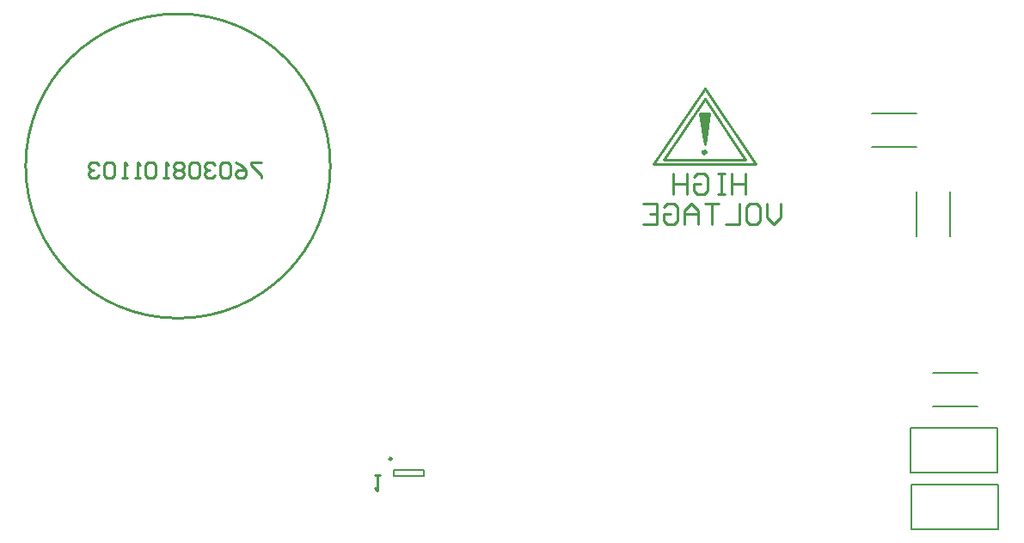
<source format=gbo>
G04 Layer_Color=32896*
%FSLAX25Y25*%
%MOIN*%
G70*
G01*
G75*
%ADD59C,0.01000*%
%ADD103C,0.00787*%
%ADD104C,0.00984*%
D59*
X181102Y163386D02*
G03*
X181102Y163386I-59055J0D01*
G01*
X325427Y168699D02*
G03*
X325510Y169051I787J0D01*
G01*
X325424Y176589D02*
X325650Y176815D01*
Y178159D01*
X325757Y174590D02*
X326350Y175182D01*
Y178704D01*
X324612Y181461D02*
X325150Y181998D01*
Y183660D01*
X325232Y177742D02*
X325650Y178159D01*
Y183660D01*
X326350Y175884D02*
X326810Y175423D01*
X326350Y175884D02*
Y183660D01*
X327150Y177691D02*
X327183Y177658D01*
X327150Y177691D02*
Y183660D01*
X324246Y183660D02*
X324246Y183660D01*
X328183D01*
X324246Y183660D02*
X326214Y171848D01*
X328183Y183660D01*
X310466Y165943D02*
X341962D01*
X310466D02*
X326214Y189565D01*
X341962Y165943D01*
X306529Y163974D02*
X345899D01*
X306529D02*
X326214Y193502D01*
X345899Y163974D01*
X198450Y43550D02*
X200449D01*
X199450D01*
Y37552D01*
X198450Y38552D01*
X154400Y164798D02*
X150401D01*
Y163798D01*
X154400Y159800D01*
Y158800D01*
X144403Y164798D02*
X146403Y163798D01*
X148402Y161799D01*
Y159800D01*
X147402Y158800D01*
X145403D01*
X144403Y159800D01*
Y160799D01*
X145403Y161799D01*
X148402D01*
X142404Y163798D02*
X141404Y164798D01*
X139405D01*
X138405Y163798D01*
Y159800D01*
X139405Y158800D01*
X141404D01*
X142404Y159800D01*
Y163798D01*
X136406D02*
X135406Y164798D01*
X133407D01*
X132407Y163798D01*
Y162799D01*
X133407Y161799D01*
X134406D01*
X133407D01*
X132407Y160799D01*
Y159800D01*
X133407Y158800D01*
X135406D01*
X136406Y159800D01*
X130408Y163798D02*
X129408Y164798D01*
X127409D01*
X126409Y163798D01*
Y159800D01*
X127409Y158800D01*
X129408D01*
X130408Y159800D01*
Y163798D01*
X124410D02*
X123410Y164798D01*
X121411D01*
X120411Y163798D01*
Y162799D01*
X121411Y161799D01*
X120411Y160799D01*
Y159800D01*
X121411Y158800D01*
X123410D01*
X124410Y159800D01*
Y160799D01*
X123410Y161799D01*
X124410Y162799D01*
Y163798D01*
X123410Y161799D02*
X121411D01*
X118412Y158800D02*
X116412D01*
X117412D01*
Y164798D01*
X118412Y163798D01*
X113413D02*
X112414Y164798D01*
X110414D01*
X109415Y163798D01*
Y159800D01*
X110414Y158800D01*
X112414D01*
X113413Y159800D01*
Y163798D01*
X107415Y158800D02*
X105416D01*
X106415D01*
Y164798D01*
X107415Y163798D01*
X102417Y158800D02*
X100417D01*
X101417D01*
Y164798D01*
X102417Y163798D01*
X97418D02*
X96419Y164798D01*
X94419D01*
X93420Y163798D01*
Y159800D01*
X94419Y158800D01*
X96419D01*
X97418Y159800D01*
Y163798D01*
X91420D02*
X90421Y164798D01*
X88421D01*
X87422Y163798D01*
Y162799D01*
X88421Y161799D01*
X89421D01*
X88421D01*
X87422Y160799D01*
Y159800D01*
X88421Y158800D01*
X90421D01*
X91420Y159800D01*
X355742Y148743D02*
Y143412D01*
X353076Y140746D01*
X350410Y143412D01*
Y148743D01*
X343746D02*
X346411D01*
X347744Y147411D01*
Y142079D01*
X346411Y140746D01*
X343746D01*
X342413Y142079D01*
Y147411D01*
X343746Y148743D01*
X339747D02*
Y140746D01*
X334415D01*
X331750Y148743D02*
X326418D01*
X329084D01*
Y140746D01*
X323752D02*
Y146078D01*
X321086Y148743D01*
X318420Y146078D01*
Y140746D01*
Y144745D01*
X323752D01*
X310423Y147411D02*
X311756Y148743D01*
X314422D01*
X315755Y147411D01*
Y142079D01*
X314422Y140746D01*
X311756D01*
X310423Y142079D01*
Y144745D01*
X313089D01*
X302426Y148743D02*
X307757D01*
Y140746D01*
X302426D01*
X307757Y144745D02*
X305091D01*
X341962Y160555D02*
Y152557D01*
Y156556D01*
X336631D01*
Y160555D01*
Y152557D01*
X333965Y160555D02*
X331299D01*
X332632D01*
Y152557D01*
X333965D01*
X331299D01*
X321969Y159222D02*
X323302Y160555D01*
X325967D01*
X327300Y159222D01*
Y153890D01*
X325967Y152557D01*
X323302D01*
X321969Y153890D01*
Y156556D01*
X324634D01*
X319303Y160555D02*
Y152557D01*
Y156556D01*
X313971D01*
Y160555D01*
Y152557D01*
D103*
X406299Y22539D02*
X440158D01*
X406299Y39862D02*
X440158D01*
X406299Y22539D02*
Y39862D01*
X440158Y22539D02*
Y39862D01*
X439862Y44390D02*
Y61713D01*
X406004Y44390D02*
Y61713D01*
X439862D01*
X406004Y44390D02*
X439862D01*
X408304Y136039D02*
Y153361D01*
X421296Y136039D02*
Y153361D01*
X391143Y170804D02*
X408466D01*
X391143Y183796D02*
X408466D01*
X414862Y82973D02*
X432185D01*
X414862Y69980D02*
X432185D01*
X205791Y45481D02*
X217209D01*
X205791Y43119D02*
Y45481D01*
Y43119D02*
X217209D01*
Y45481D01*
D104*
X204906Y49812D02*
G03*
X204906Y49812I-492J0D01*
G01*
M02*

</source>
